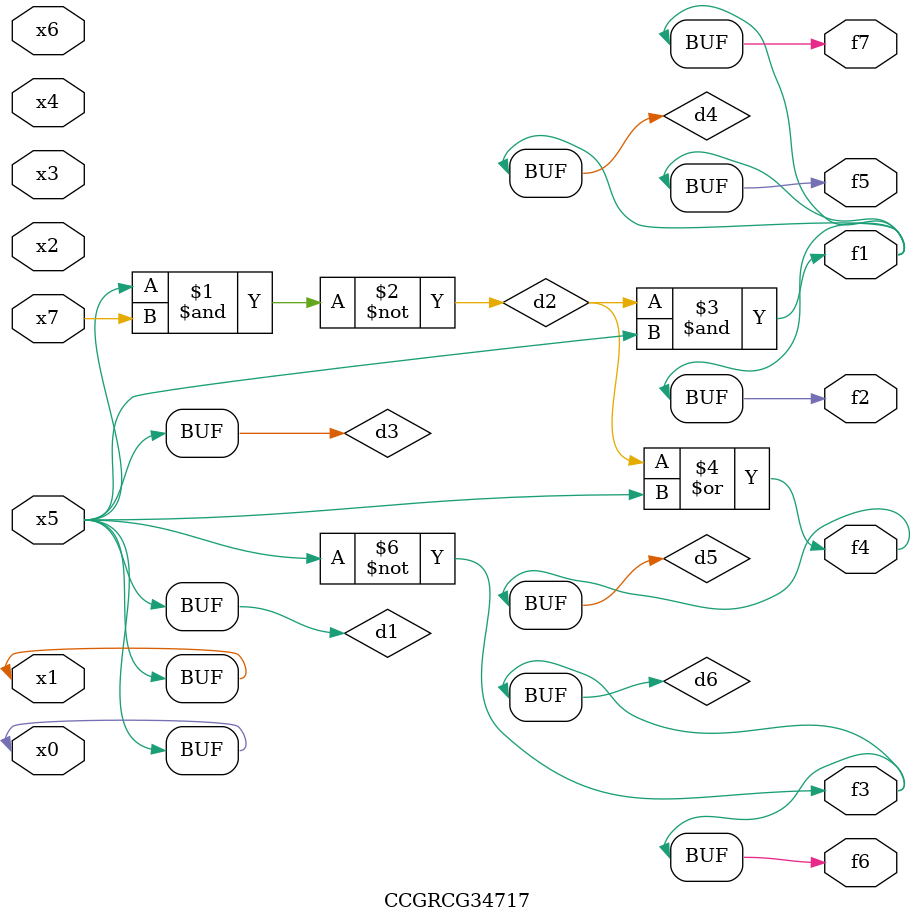
<source format=v>
module CCGRCG34717(
	input x0, x1, x2, x3, x4, x5, x6, x7,
	output f1, f2, f3, f4, f5, f6, f7
);

	wire d1, d2, d3, d4, d5, d6;

	buf (d1, x0, x5);
	nand (d2, x5, x7);
	buf (d3, x0, x1);
	and (d4, d2, d3);
	or (d5, d2, d3);
	nor (d6, d1, d3);
	assign f1 = d4;
	assign f2 = d4;
	assign f3 = d6;
	assign f4 = d5;
	assign f5 = d4;
	assign f6 = d6;
	assign f7 = d4;
endmodule

</source>
